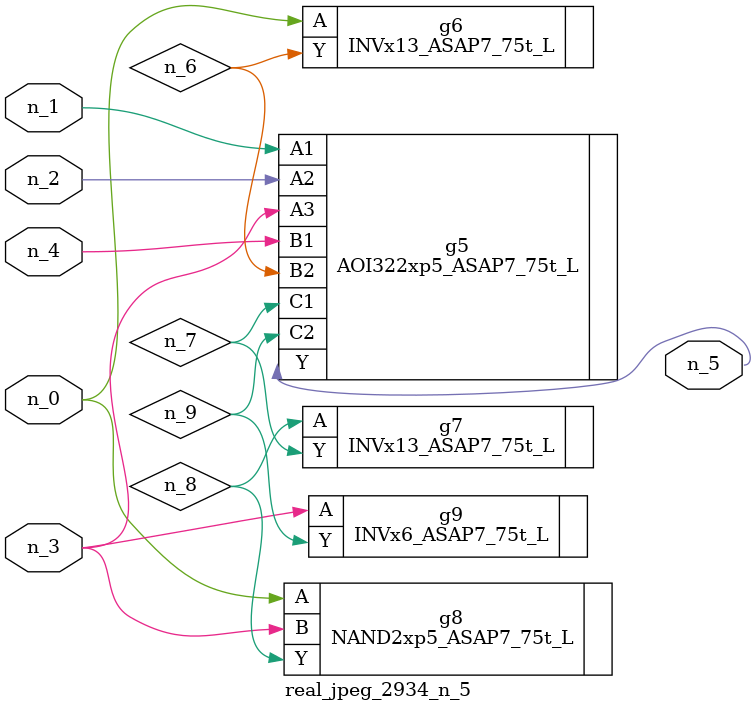
<source format=v>
module real_jpeg_2934_n_5 (n_4, n_0, n_1, n_2, n_3, n_5);

input n_4;
input n_0;
input n_1;
input n_2;
input n_3;

output n_5;

wire n_8;
wire n_6;
wire n_7;
wire n_9;

INVx13_ASAP7_75t_L g6 ( 
.A(n_0),
.Y(n_6)
);

NAND2xp5_ASAP7_75t_L g8 ( 
.A(n_0),
.B(n_3),
.Y(n_8)
);

AOI322xp5_ASAP7_75t_L g5 ( 
.A1(n_1),
.A2(n_2),
.A3(n_3),
.B1(n_4),
.B2(n_6),
.C1(n_7),
.C2(n_9),
.Y(n_5)
);

INVx6_ASAP7_75t_L g9 ( 
.A(n_3),
.Y(n_9)
);

INVx13_ASAP7_75t_L g7 ( 
.A(n_8),
.Y(n_7)
);


endmodule
</source>
